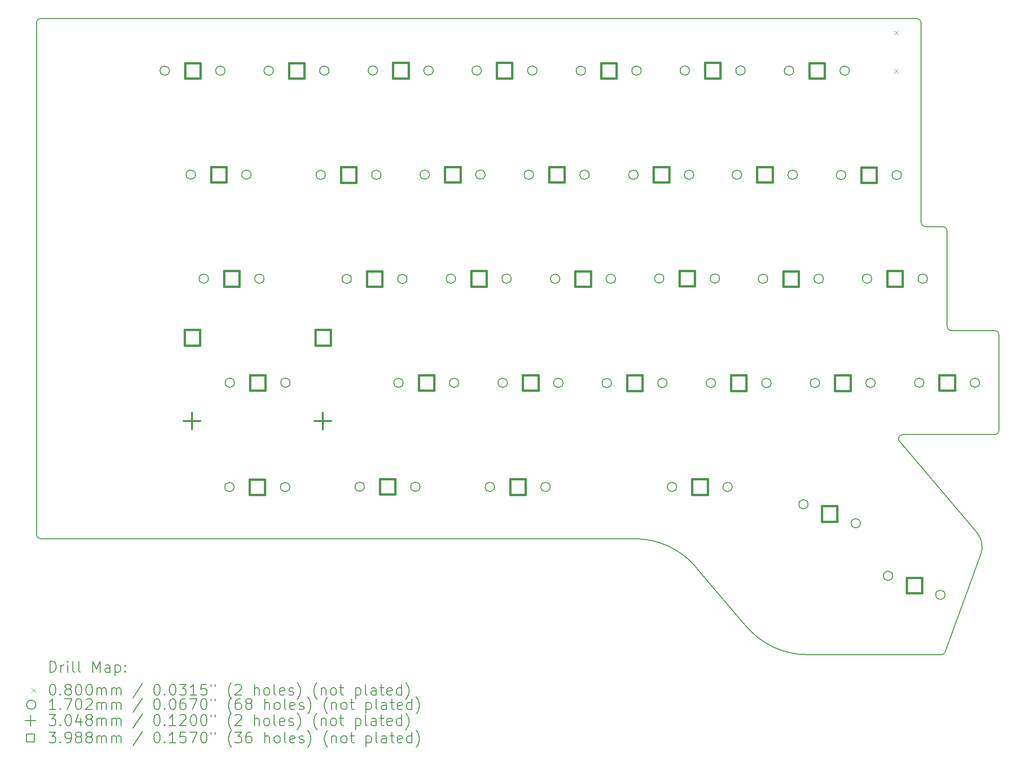
<source format=gbr>
%TF.GenerationSoftware,KiCad,Pcbnew,(6.0.10-0)*%
%TF.CreationDate,2022-12-25T19:18:43-08:00*%
%TF.ProjectId,left,6c656674-2e6b-4696-9361-645f70636258,rev?*%
%TF.SameCoordinates,Original*%
%TF.FileFunction,Drillmap*%
%TF.FilePolarity,Positive*%
%FSLAX45Y45*%
G04 Gerber Fmt 4.5, Leading zero omitted, Abs format (unit mm)*
G04 Created by KiCad (PCBNEW (6.0.10-0)) date 2022-12-25 19:18:43*
%MOMM*%
%LPD*%
G01*
G04 APERTURE LIST*
%ADD10C,0.200000*%
%ADD11C,0.080000*%
%ADD12C,0.170180*%
%ADD13C,0.304800*%
%ADD14C,0.398780*%
G04 APERTURE END LIST*
D10*
X21300000Y-10572000D02*
G75*
G03*
X21375000Y-10497000I0J75000D01*
G01*
X19615800Y-10572000D02*
G75*
G03*
X19558651Y-10695569I0J-75000D01*
G01*
X19615800Y-10572000D02*
X21300000Y-10572000D01*
X20323900Y-14587400D02*
G75*
G03*
X20394377Y-14538051I0J75000D01*
G01*
X20027500Y-6772000D02*
X20352500Y-6772000D01*
X14727400Y-12472000D02*
X3877500Y-12472000D01*
X16762977Y-14073343D02*
G75*
G03*
X17874500Y-14587410I1111523J944643D01*
G01*
X21044218Y-12752640D02*
G75*
G03*
X20973848Y-12360755I-372118J135440D01*
G01*
X20323900Y-14587400D02*
X17874500Y-14587410D01*
X19952500Y-3047000D02*
G75*
G03*
X19877500Y-2972000I-75000J0D01*
G01*
X3802500Y-12397000D02*
X3802500Y-3047000D01*
X16762977Y-14073343D02*
X15838923Y-12986057D01*
X21044218Y-12752640D02*
X20394377Y-14538051D01*
X20427500Y-8597000D02*
G75*
G03*
X20502500Y-8672000I75000J0D01*
G01*
X3877500Y-2972000D02*
G75*
G03*
X3802500Y-3047000I0J-75000D01*
G01*
X3802500Y-12397000D02*
G75*
G03*
X3877500Y-12472000I75000J0D01*
G01*
X20427500Y-6847000D02*
G75*
G03*
X20352500Y-6772000I-75000J0D01*
G01*
X20427500Y-6847000D02*
X20427500Y-8597000D01*
X19952500Y-3047000D02*
X19952500Y-6697000D01*
X19952500Y-6697000D02*
G75*
G03*
X20027500Y-6772000I75000J0D01*
G01*
X15838923Y-12986057D02*
G75*
G03*
X14727400Y-12471990I-1111523J-944643D01*
G01*
X21375000Y-8747000D02*
G75*
G03*
X21300000Y-8672000I-75000J0D01*
G01*
X20502500Y-8672000D02*
X21300000Y-8672000D01*
X19558651Y-10695569D02*
X20973848Y-12360755D01*
X3877500Y-2972000D02*
X19877500Y-2972000D01*
X21375000Y-10497000D02*
X21375000Y-8747000D01*
D11*
X19460000Y-3192750D02*
X19540000Y-3272750D01*
X19540000Y-3192750D02*
X19460000Y-3272750D01*
X19460000Y-3892750D02*
X19540000Y-3972750D01*
X19540000Y-3892750D02*
X19460000Y-3972750D01*
D12*
X6229590Y-3925000D02*
G75*
G03*
X6229590Y-3925000I-85090J0D01*
G01*
X6704590Y-5822500D02*
G75*
G03*
X6704590Y-5822500I-85090J0D01*
G01*
X6942090Y-7722500D02*
G75*
G03*
X6942090Y-7722500I-85090J0D01*
G01*
X7245590Y-3925000D02*
G75*
G03*
X7245590Y-3925000I-85090J0D01*
G01*
X7412090Y-11527500D02*
G75*
G03*
X7412090Y-11527500I-85090J0D01*
G01*
X7417090Y-9622500D02*
G75*
G03*
X7417090Y-9622500I-85090J0D01*
G01*
X7720590Y-5822500D02*
G75*
G03*
X7720590Y-5822500I-85090J0D01*
G01*
X7958090Y-7722500D02*
G75*
G03*
X7958090Y-7722500I-85090J0D01*
G01*
X8127090Y-3925000D02*
G75*
G03*
X8127090Y-3925000I-85090J0D01*
G01*
X8428090Y-11527500D02*
G75*
G03*
X8428090Y-11527500I-85090J0D01*
G01*
X8433090Y-9622500D02*
G75*
G03*
X8433090Y-9622500I-85090J0D01*
G01*
X9077090Y-5827500D02*
G75*
G03*
X9077090Y-5827500I-85090J0D01*
G01*
X9143090Y-3925000D02*
G75*
G03*
X9143090Y-3925000I-85090J0D01*
G01*
X9552090Y-7727500D02*
G75*
G03*
X9552090Y-7727500I-85090J0D01*
G01*
X9789590Y-11522500D02*
G75*
G03*
X9789590Y-11522500I-85090J0D01*
G01*
X10029590Y-3922500D02*
G75*
G03*
X10029590Y-3922500I-85090J0D01*
G01*
X10093090Y-5827500D02*
G75*
G03*
X10093090Y-5827500I-85090J0D01*
G01*
X10497090Y-9625000D02*
G75*
G03*
X10497090Y-9625000I-85090J0D01*
G01*
X10568090Y-7727500D02*
G75*
G03*
X10568090Y-7727500I-85090J0D01*
G01*
X10805590Y-11522500D02*
G75*
G03*
X10805590Y-11522500I-85090J0D01*
G01*
X10977090Y-5822500D02*
G75*
G03*
X10977090Y-5822500I-85090J0D01*
G01*
X11045590Y-3922500D02*
G75*
G03*
X11045590Y-3922500I-85090J0D01*
G01*
X11454590Y-7722500D02*
G75*
G03*
X11454590Y-7722500I-85090J0D01*
G01*
X11513090Y-9625000D02*
G75*
G03*
X11513090Y-9625000I-85090J0D01*
G01*
X11924590Y-3922500D02*
G75*
G03*
X11924590Y-3922500I-85090J0D01*
G01*
X11993090Y-5822500D02*
G75*
G03*
X11993090Y-5822500I-85090J0D01*
G01*
X12164590Y-11525000D02*
G75*
G03*
X12164590Y-11525000I-85090J0D01*
G01*
X12399590Y-9625000D02*
G75*
G03*
X12399590Y-9625000I-85090J0D01*
G01*
X12470590Y-7722500D02*
G75*
G03*
X12470590Y-7722500I-85090J0D01*
G01*
X12877090Y-5825000D02*
G75*
G03*
X12877090Y-5825000I-85090J0D01*
G01*
X12940590Y-3922500D02*
G75*
G03*
X12940590Y-3922500I-85090J0D01*
G01*
X13180590Y-11525000D02*
G75*
G03*
X13180590Y-11525000I-85090J0D01*
G01*
X13357090Y-7725000D02*
G75*
G03*
X13357090Y-7725000I-85090J0D01*
G01*
X13415590Y-9625000D02*
G75*
G03*
X13415590Y-9625000I-85090J0D01*
G01*
X13827090Y-3925000D02*
G75*
G03*
X13827090Y-3925000I-85090J0D01*
G01*
X13893090Y-5825000D02*
G75*
G03*
X13893090Y-5825000I-85090J0D01*
G01*
X14299590Y-9627500D02*
G75*
G03*
X14299590Y-9627500I-85090J0D01*
G01*
X14373090Y-7725000D02*
G75*
G03*
X14373090Y-7725000I-85090J0D01*
G01*
X14787090Y-5825000D02*
G75*
G03*
X14787090Y-5825000I-85090J0D01*
G01*
X14843090Y-3925000D02*
G75*
G03*
X14843090Y-3925000I-85090J0D01*
G01*
X15257090Y-7720000D02*
G75*
G03*
X15257090Y-7720000I-85090J0D01*
G01*
X15315590Y-9627500D02*
G75*
G03*
X15315590Y-9627500I-85090J0D01*
G01*
X15489590Y-11525000D02*
G75*
G03*
X15489590Y-11525000I-85090J0D01*
G01*
X15724590Y-3922500D02*
G75*
G03*
X15724590Y-3922500I-85090J0D01*
G01*
X15803090Y-5825000D02*
G75*
G03*
X15803090Y-5825000I-85090J0D01*
G01*
X16199590Y-9627500D02*
G75*
G03*
X16199590Y-9627500I-85090J0D01*
G01*
X16273090Y-7720000D02*
G75*
G03*
X16273090Y-7720000I-85090J0D01*
G01*
X16505590Y-11525000D02*
G75*
G03*
X16505590Y-11525000I-85090J0D01*
G01*
X16677090Y-5825000D02*
G75*
G03*
X16677090Y-5825000I-85090J0D01*
G01*
X16740590Y-3922500D02*
G75*
G03*
X16740590Y-3922500I-85090J0D01*
G01*
X17152090Y-7725000D02*
G75*
G03*
X17152090Y-7725000I-85090J0D01*
G01*
X17215590Y-9627500D02*
G75*
G03*
X17215590Y-9627500I-85090J0D01*
G01*
X17627090Y-3925000D02*
G75*
G03*
X17627090Y-3925000I-85090J0D01*
G01*
X17693090Y-5825000D02*
G75*
G03*
X17693090Y-5825000I-85090J0D01*
G01*
X17890226Y-11841254D02*
G75*
G03*
X17890226Y-11841254I-85090J0D01*
G01*
X18099590Y-9627500D02*
G75*
G03*
X18099590Y-9627500I-85090J0D01*
G01*
X18168090Y-7725000D02*
G75*
G03*
X18168090Y-7725000I-85090J0D01*
G01*
X18577090Y-5830000D02*
G75*
G03*
X18577090Y-5830000I-85090J0D01*
G01*
X18643090Y-3925000D02*
G75*
G03*
X18643090Y-3925000I-85090J0D01*
G01*
X18844954Y-12188746D02*
G75*
G03*
X18844954Y-12188746I-85090J0D01*
G01*
X19052090Y-7722500D02*
G75*
G03*
X19052090Y-7722500I-85090J0D01*
G01*
X19115590Y-9627500D02*
G75*
G03*
X19115590Y-9627500I-85090J0D01*
G01*
X19435226Y-13148754D02*
G75*
G03*
X19435226Y-13148754I-85090J0D01*
G01*
X19593090Y-5830000D02*
G75*
G03*
X19593090Y-5830000I-85090J0D01*
G01*
X20004590Y-9622500D02*
G75*
G03*
X20004590Y-9622500I-85090J0D01*
G01*
X20068090Y-7722500D02*
G75*
G03*
X20068090Y-7722500I-85090J0D01*
G01*
X20389954Y-13496246D02*
G75*
G03*
X20389954Y-13496246I-85090J0D01*
G01*
X21020590Y-9622500D02*
G75*
G03*
X21020590Y-9622500I-85090J0D01*
G01*
D13*
X6646200Y-10168600D02*
X6646200Y-10473400D01*
X6493800Y-10321000D02*
X6798600Y-10321000D01*
X9033800Y-10168600D02*
X9033800Y-10473400D01*
X8881400Y-10321000D02*
X9186200Y-10321000D01*
D14*
X6787191Y-8937991D02*
X6787191Y-8656009D01*
X6505209Y-8656009D01*
X6505209Y-8937991D01*
X6787191Y-8937991D01*
X6793491Y-4065991D02*
X6793491Y-3784009D01*
X6511509Y-3784009D01*
X6511509Y-4065991D01*
X6793491Y-4065991D01*
X7268491Y-5963491D02*
X7268491Y-5681509D01*
X6986509Y-5681509D01*
X6986509Y-5963491D01*
X7268491Y-5963491D01*
X7505991Y-7863491D02*
X7505991Y-7581509D01*
X7224009Y-7581509D01*
X7224009Y-7863491D01*
X7505991Y-7863491D01*
X7975991Y-11668491D02*
X7975991Y-11386509D01*
X7694009Y-11386509D01*
X7694009Y-11668491D01*
X7975991Y-11668491D01*
X7980991Y-9763491D02*
X7980991Y-9481509D01*
X7699009Y-9481509D01*
X7699009Y-9763491D01*
X7980991Y-9763491D01*
X8690991Y-4065991D02*
X8690991Y-3784009D01*
X8409009Y-3784009D01*
X8409009Y-4065991D01*
X8690991Y-4065991D01*
X9174791Y-8937991D02*
X9174791Y-8656009D01*
X8892809Y-8656009D01*
X8892809Y-8937991D01*
X9174791Y-8937991D01*
X9640991Y-5968491D02*
X9640991Y-5686509D01*
X9359009Y-5686509D01*
X9359009Y-5968491D01*
X9640991Y-5968491D01*
X10115991Y-7868491D02*
X10115991Y-7586509D01*
X9834009Y-7586509D01*
X9834009Y-7868491D01*
X10115991Y-7868491D01*
X10353491Y-11663491D02*
X10353491Y-11381509D01*
X10071509Y-11381509D01*
X10071509Y-11663491D01*
X10353491Y-11663491D01*
X10593491Y-4063491D02*
X10593491Y-3781509D01*
X10311509Y-3781509D01*
X10311509Y-4063491D01*
X10593491Y-4063491D01*
X11060991Y-9765991D02*
X11060991Y-9484009D01*
X10779009Y-9484009D01*
X10779009Y-9765991D01*
X11060991Y-9765991D01*
X11540991Y-5963491D02*
X11540991Y-5681509D01*
X11259009Y-5681509D01*
X11259009Y-5963491D01*
X11540991Y-5963491D01*
X12018491Y-7863491D02*
X12018491Y-7581509D01*
X11736509Y-7581509D01*
X11736509Y-7863491D01*
X12018491Y-7863491D01*
X12488491Y-4063491D02*
X12488491Y-3781509D01*
X12206509Y-3781509D01*
X12206509Y-4063491D01*
X12488491Y-4063491D01*
X12728491Y-11665991D02*
X12728491Y-11384009D01*
X12446509Y-11384009D01*
X12446509Y-11665991D01*
X12728491Y-11665991D01*
X12963491Y-9765991D02*
X12963491Y-9484009D01*
X12681509Y-9484009D01*
X12681509Y-9765991D01*
X12963491Y-9765991D01*
X13440991Y-5965991D02*
X13440991Y-5684009D01*
X13159009Y-5684009D01*
X13159009Y-5965991D01*
X13440991Y-5965991D01*
X13920991Y-7865991D02*
X13920991Y-7584009D01*
X13639009Y-7584009D01*
X13639009Y-7865991D01*
X13920991Y-7865991D01*
X14390991Y-4065991D02*
X14390991Y-3784009D01*
X14109009Y-3784009D01*
X14109009Y-4065991D01*
X14390991Y-4065991D01*
X14863491Y-9768491D02*
X14863491Y-9486509D01*
X14581509Y-9486509D01*
X14581509Y-9768491D01*
X14863491Y-9768491D01*
X15350991Y-5965991D02*
X15350991Y-5684009D01*
X15069009Y-5684009D01*
X15069009Y-5965991D01*
X15350991Y-5965991D01*
X15820991Y-7860991D02*
X15820991Y-7579009D01*
X15539009Y-7579009D01*
X15539009Y-7860991D01*
X15820991Y-7860991D01*
X16053491Y-11665991D02*
X16053491Y-11384009D01*
X15771509Y-11384009D01*
X15771509Y-11665991D01*
X16053491Y-11665991D01*
X16288491Y-4063491D02*
X16288491Y-3781509D01*
X16006509Y-3781509D01*
X16006509Y-4063491D01*
X16288491Y-4063491D01*
X16763491Y-9768491D02*
X16763491Y-9486509D01*
X16481509Y-9486509D01*
X16481509Y-9768491D01*
X16763491Y-9768491D01*
X17240991Y-5965991D02*
X17240991Y-5684009D01*
X16959009Y-5684009D01*
X16959009Y-5965991D01*
X17240991Y-5965991D01*
X17715991Y-7865991D02*
X17715991Y-7584009D01*
X17434009Y-7584009D01*
X17434009Y-7865991D01*
X17715991Y-7865991D01*
X18190991Y-4065991D02*
X18190991Y-3784009D01*
X17909009Y-3784009D01*
X17909009Y-4065991D01*
X18190991Y-4065991D01*
X18423491Y-12155991D02*
X18423491Y-11874009D01*
X18141509Y-11874009D01*
X18141509Y-12155991D01*
X18423491Y-12155991D01*
X18663491Y-9768491D02*
X18663491Y-9486509D01*
X18381509Y-9486509D01*
X18381509Y-9768491D01*
X18663491Y-9768491D01*
X19140991Y-5970991D02*
X19140991Y-5689009D01*
X18859009Y-5689009D01*
X18859009Y-5970991D01*
X19140991Y-5970991D01*
X19615991Y-7863491D02*
X19615991Y-7581509D01*
X19334009Y-7581509D01*
X19334009Y-7863491D01*
X19615991Y-7863491D01*
X19968491Y-13463491D02*
X19968491Y-13181509D01*
X19686509Y-13181509D01*
X19686509Y-13463491D01*
X19968491Y-13463491D01*
X20568491Y-9763491D02*
X20568491Y-9481509D01*
X20286509Y-9481509D01*
X20286509Y-9763491D01*
X20568491Y-9763491D01*
D10*
X4050119Y-14907886D02*
X4050119Y-14707886D01*
X4097738Y-14707886D01*
X4126309Y-14717410D01*
X4145357Y-14736458D01*
X4154881Y-14755505D01*
X4164405Y-14793600D01*
X4164405Y-14822172D01*
X4154881Y-14860267D01*
X4145357Y-14879315D01*
X4126309Y-14898362D01*
X4097738Y-14907886D01*
X4050119Y-14907886D01*
X4250119Y-14907886D02*
X4250119Y-14774553D01*
X4250119Y-14812648D02*
X4259643Y-14793600D01*
X4269167Y-14784077D01*
X4288214Y-14774553D01*
X4307262Y-14774553D01*
X4373929Y-14907886D02*
X4373929Y-14774553D01*
X4373929Y-14707886D02*
X4364405Y-14717410D01*
X4373929Y-14726934D01*
X4383452Y-14717410D01*
X4373929Y-14707886D01*
X4373929Y-14726934D01*
X4497738Y-14907886D02*
X4478690Y-14898362D01*
X4469167Y-14879315D01*
X4469167Y-14707886D01*
X4602500Y-14907886D02*
X4583452Y-14898362D01*
X4573929Y-14879315D01*
X4573929Y-14707886D01*
X4831071Y-14907886D02*
X4831071Y-14707886D01*
X4897738Y-14850743D01*
X4964405Y-14707886D01*
X4964405Y-14907886D01*
X5145357Y-14907886D02*
X5145357Y-14803124D01*
X5135833Y-14784077D01*
X5116786Y-14774553D01*
X5078690Y-14774553D01*
X5059643Y-14784077D01*
X5145357Y-14898362D02*
X5126310Y-14907886D01*
X5078690Y-14907886D01*
X5059643Y-14898362D01*
X5050119Y-14879315D01*
X5050119Y-14860267D01*
X5059643Y-14841219D01*
X5078690Y-14831696D01*
X5126310Y-14831696D01*
X5145357Y-14822172D01*
X5240595Y-14774553D02*
X5240595Y-14974553D01*
X5240595Y-14784077D02*
X5259643Y-14774553D01*
X5297738Y-14774553D01*
X5316786Y-14784077D01*
X5326310Y-14793600D01*
X5335833Y-14812648D01*
X5335833Y-14869791D01*
X5326310Y-14888838D01*
X5316786Y-14898362D01*
X5297738Y-14907886D01*
X5259643Y-14907886D01*
X5240595Y-14898362D01*
X5421548Y-14888838D02*
X5431071Y-14898362D01*
X5421548Y-14907886D01*
X5412024Y-14898362D01*
X5421548Y-14888838D01*
X5421548Y-14907886D01*
X5421548Y-14784077D02*
X5431071Y-14793600D01*
X5421548Y-14803124D01*
X5412024Y-14793600D01*
X5421548Y-14784077D01*
X5421548Y-14803124D01*
D11*
X3712500Y-15197410D02*
X3792500Y-15277410D01*
X3792500Y-15197410D02*
X3712500Y-15277410D01*
D10*
X4088214Y-15127886D02*
X4107262Y-15127886D01*
X4126309Y-15137410D01*
X4135833Y-15146934D01*
X4145357Y-15165981D01*
X4154881Y-15204077D01*
X4154881Y-15251696D01*
X4145357Y-15289791D01*
X4135833Y-15308838D01*
X4126309Y-15318362D01*
X4107262Y-15327886D01*
X4088214Y-15327886D01*
X4069167Y-15318362D01*
X4059643Y-15308838D01*
X4050119Y-15289791D01*
X4040595Y-15251696D01*
X4040595Y-15204077D01*
X4050119Y-15165981D01*
X4059643Y-15146934D01*
X4069167Y-15137410D01*
X4088214Y-15127886D01*
X4240595Y-15308838D02*
X4250119Y-15318362D01*
X4240595Y-15327886D01*
X4231071Y-15318362D01*
X4240595Y-15308838D01*
X4240595Y-15327886D01*
X4364405Y-15213600D02*
X4345357Y-15204077D01*
X4335833Y-15194553D01*
X4326310Y-15175505D01*
X4326310Y-15165981D01*
X4335833Y-15146934D01*
X4345357Y-15137410D01*
X4364405Y-15127886D01*
X4402500Y-15127886D01*
X4421548Y-15137410D01*
X4431071Y-15146934D01*
X4440595Y-15165981D01*
X4440595Y-15175505D01*
X4431071Y-15194553D01*
X4421548Y-15204077D01*
X4402500Y-15213600D01*
X4364405Y-15213600D01*
X4345357Y-15223124D01*
X4335833Y-15232648D01*
X4326310Y-15251696D01*
X4326310Y-15289791D01*
X4335833Y-15308838D01*
X4345357Y-15318362D01*
X4364405Y-15327886D01*
X4402500Y-15327886D01*
X4421548Y-15318362D01*
X4431071Y-15308838D01*
X4440595Y-15289791D01*
X4440595Y-15251696D01*
X4431071Y-15232648D01*
X4421548Y-15223124D01*
X4402500Y-15213600D01*
X4564405Y-15127886D02*
X4583452Y-15127886D01*
X4602500Y-15137410D01*
X4612024Y-15146934D01*
X4621548Y-15165981D01*
X4631071Y-15204077D01*
X4631071Y-15251696D01*
X4621548Y-15289791D01*
X4612024Y-15308838D01*
X4602500Y-15318362D01*
X4583452Y-15327886D01*
X4564405Y-15327886D01*
X4545357Y-15318362D01*
X4535833Y-15308838D01*
X4526310Y-15289791D01*
X4516786Y-15251696D01*
X4516786Y-15204077D01*
X4526310Y-15165981D01*
X4535833Y-15146934D01*
X4545357Y-15137410D01*
X4564405Y-15127886D01*
X4754881Y-15127886D02*
X4773929Y-15127886D01*
X4792976Y-15137410D01*
X4802500Y-15146934D01*
X4812024Y-15165981D01*
X4821548Y-15204077D01*
X4821548Y-15251696D01*
X4812024Y-15289791D01*
X4802500Y-15308838D01*
X4792976Y-15318362D01*
X4773929Y-15327886D01*
X4754881Y-15327886D01*
X4735833Y-15318362D01*
X4726310Y-15308838D01*
X4716786Y-15289791D01*
X4707262Y-15251696D01*
X4707262Y-15204077D01*
X4716786Y-15165981D01*
X4726310Y-15146934D01*
X4735833Y-15137410D01*
X4754881Y-15127886D01*
X4907262Y-15327886D02*
X4907262Y-15194553D01*
X4907262Y-15213600D02*
X4916786Y-15204077D01*
X4935833Y-15194553D01*
X4964405Y-15194553D01*
X4983452Y-15204077D01*
X4992976Y-15223124D01*
X4992976Y-15327886D01*
X4992976Y-15223124D02*
X5002500Y-15204077D01*
X5021548Y-15194553D01*
X5050119Y-15194553D01*
X5069167Y-15204077D01*
X5078690Y-15223124D01*
X5078690Y-15327886D01*
X5173929Y-15327886D02*
X5173929Y-15194553D01*
X5173929Y-15213600D02*
X5183452Y-15204077D01*
X5202500Y-15194553D01*
X5231071Y-15194553D01*
X5250119Y-15204077D01*
X5259643Y-15223124D01*
X5259643Y-15327886D01*
X5259643Y-15223124D02*
X5269167Y-15204077D01*
X5288214Y-15194553D01*
X5316786Y-15194553D01*
X5335833Y-15204077D01*
X5345357Y-15223124D01*
X5345357Y-15327886D01*
X5735833Y-15118362D02*
X5564405Y-15375505D01*
X5992976Y-15127886D02*
X6012024Y-15127886D01*
X6031071Y-15137410D01*
X6040595Y-15146934D01*
X6050119Y-15165981D01*
X6059643Y-15204077D01*
X6059643Y-15251696D01*
X6050119Y-15289791D01*
X6040595Y-15308838D01*
X6031071Y-15318362D01*
X6012024Y-15327886D01*
X5992976Y-15327886D01*
X5973928Y-15318362D01*
X5964405Y-15308838D01*
X5954881Y-15289791D01*
X5945357Y-15251696D01*
X5945357Y-15204077D01*
X5954881Y-15165981D01*
X5964405Y-15146934D01*
X5973928Y-15137410D01*
X5992976Y-15127886D01*
X6145357Y-15308838D02*
X6154881Y-15318362D01*
X6145357Y-15327886D01*
X6135833Y-15318362D01*
X6145357Y-15308838D01*
X6145357Y-15327886D01*
X6278690Y-15127886D02*
X6297738Y-15127886D01*
X6316786Y-15137410D01*
X6326309Y-15146934D01*
X6335833Y-15165981D01*
X6345357Y-15204077D01*
X6345357Y-15251696D01*
X6335833Y-15289791D01*
X6326309Y-15308838D01*
X6316786Y-15318362D01*
X6297738Y-15327886D01*
X6278690Y-15327886D01*
X6259643Y-15318362D01*
X6250119Y-15308838D01*
X6240595Y-15289791D01*
X6231071Y-15251696D01*
X6231071Y-15204077D01*
X6240595Y-15165981D01*
X6250119Y-15146934D01*
X6259643Y-15137410D01*
X6278690Y-15127886D01*
X6412024Y-15127886D02*
X6535833Y-15127886D01*
X6469167Y-15204077D01*
X6497738Y-15204077D01*
X6516786Y-15213600D01*
X6526309Y-15223124D01*
X6535833Y-15242172D01*
X6535833Y-15289791D01*
X6526309Y-15308838D01*
X6516786Y-15318362D01*
X6497738Y-15327886D01*
X6440595Y-15327886D01*
X6421548Y-15318362D01*
X6412024Y-15308838D01*
X6726309Y-15327886D02*
X6612024Y-15327886D01*
X6669167Y-15327886D02*
X6669167Y-15127886D01*
X6650119Y-15156458D01*
X6631071Y-15175505D01*
X6612024Y-15185029D01*
X6907262Y-15127886D02*
X6812024Y-15127886D01*
X6802500Y-15223124D01*
X6812024Y-15213600D01*
X6831071Y-15204077D01*
X6878690Y-15204077D01*
X6897738Y-15213600D01*
X6907262Y-15223124D01*
X6916786Y-15242172D01*
X6916786Y-15289791D01*
X6907262Y-15308838D01*
X6897738Y-15318362D01*
X6878690Y-15327886D01*
X6831071Y-15327886D01*
X6812024Y-15318362D01*
X6802500Y-15308838D01*
X6992976Y-15127886D02*
X6992976Y-15165981D01*
X7069167Y-15127886D02*
X7069167Y-15165981D01*
X7364405Y-15404077D02*
X7354881Y-15394553D01*
X7335833Y-15365981D01*
X7326309Y-15346934D01*
X7316786Y-15318362D01*
X7307262Y-15270743D01*
X7307262Y-15232648D01*
X7316786Y-15185029D01*
X7326309Y-15156458D01*
X7335833Y-15137410D01*
X7354881Y-15108838D01*
X7364405Y-15099315D01*
X7431071Y-15146934D02*
X7440595Y-15137410D01*
X7459643Y-15127886D01*
X7507262Y-15127886D01*
X7526309Y-15137410D01*
X7535833Y-15146934D01*
X7545357Y-15165981D01*
X7545357Y-15185029D01*
X7535833Y-15213600D01*
X7421548Y-15327886D01*
X7545357Y-15327886D01*
X7783452Y-15327886D02*
X7783452Y-15127886D01*
X7869167Y-15327886D02*
X7869167Y-15223124D01*
X7859643Y-15204077D01*
X7840595Y-15194553D01*
X7812024Y-15194553D01*
X7792976Y-15204077D01*
X7783452Y-15213600D01*
X7992976Y-15327886D02*
X7973928Y-15318362D01*
X7964405Y-15308838D01*
X7954881Y-15289791D01*
X7954881Y-15232648D01*
X7964405Y-15213600D01*
X7973928Y-15204077D01*
X7992976Y-15194553D01*
X8021548Y-15194553D01*
X8040595Y-15204077D01*
X8050119Y-15213600D01*
X8059643Y-15232648D01*
X8059643Y-15289791D01*
X8050119Y-15308838D01*
X8040595Y-15318362D01*
X8021548Y-15327886D01*
X7992976Y-15327886D01*
X8173928Y-15327886D02*
X8154881Y-15318362D01*
X8145357Y-15299315D01*
X8145357Y-15127886D01*
X8326309Y-15318362D02*
X8307262Y-15327886D01*
X8269167Y-15327886D01*
X8250119Y-15318362D01*
X8240595Y-15299315D01*
X8240595Y-15223124D01*
X8250119Y-15204077D01*
X8269167Y-15194553D01*
X8307262Y-15194553D01*
X8326309Y-15204077D01*
X8335833Y-15223124D01*
X8335833Y-15242172D01*
X8240595Y-15261219D01*
X8412024Y-15318362D02*
X8431071Y-15327886D01*
X8469167Y-15327886D01*
X8488214Y-15318362D01*
X8497738Y-15299315D01*
X8497738Y-15289791D01*
X8488214Y-15270743D01*
X8469167Y-15261219D01*
X8440595Y-15261219D01*
X8421548Y-15251696D01*
X8412024Y-15232648D01*
X8412024Y-15223124D01*
X8421548Y-15204077D01*
X8440595Y-15194553D01*
X8469167Y-15194553D01*
X8488214Y-15204077D01*
X8564405Y-15404077D02*
X8573929Y-15394553D01*
X8592976Y-15365981D01*
X8602500Y-15346934D01*
X8612024Y-15318362D01*
X8621548Y-15270743D01*
X8621548Y-15232648D01*
X8612024Y-15185029D01*
X8602500Y-15156458D01*
X8592976Y-15137410D01*
X8573929Y-15108838D01*
X8564405Y-15099315D01*
X8926310Y-15404077D02*
X8916786Y-15394553D01*
X8897738Y-15365981D01*
X8888214Y-15346934D01*
X8878690Y-15318362D01*
X8869167Y-15270743D01*
X8869167Y-15232648D01*
X8878690Y-15185029D01*
X8888214Y-15156458D01*
X8897738Y-15137410D01*
X8916786Y-15108838D01*
X8926310Y-15099315D01*
X9002500Y-15194553D02*
X9002500Y-15327886D01*
X9002500Y-15213600D02*
X9012024Y-15204077D01*
X9031071Y-15194553D01*
X9059643Y-15194553D01*
X9078690Y-15204077D01*
X9088214Y-15223124D01*
X9088214Y-15327886D01*
X9212024Y-15327886D02*
X9192976Y-15318362D01*
X9183452Y-15308838D01*
X9173929Y-15289791D01*
X9173929Y-15232648D01*
X9183452Y-15213600D01*
X9192976Y-15204077D01*
X9212024Y-15194553D01*
X9240595Y-15194553D01*
X9259643Y-15204077D01*
X9269167Y-15213600D01*
X9278690Y-15232648D01*
X9278690Y-15289791D01*
X9269167Y-15308838D01*
X9259643Y-15318362D01*
X9240595Y-15327886D01*
X9212024Y-15327886D01*
X9335833Y-15194553D02*
X9412024Y-15194553D01*
X9364405Y-15127886D02*
X9364405Y-15299315D01*
X9373929Y-15318362D01*
X9392976Y-15327886D01*
X9412024Y-15327886D01*
X9631071Y-15194553D02*
X9631071Y-15394553D01*
X9631071Y-15204077D02*
X9650119Y-15194553D01*
X9688214Y-15194553D01*
X9707262Y-15204077D01*
X9716786Y-15213600D01*
X9726310Y-15232648D01*
X9726310Y-15289791D01*
X9716786Y-15308838D01*
X9707262Y-15318362D01*
X9688214Y-15327886D01*
X9650119Y-15327886D01*
X9631071Y-15318362D01*
X9840595Y-15327886D02*
X9821548Y-15318362D01*
X9812024Y-15299315D01*
X9812024Y-15127886D01*
X10002500Y-15327886D02*
X10002500Y-15223124D01*
X9992976Y-15204077D01*
X9973929Y-15194553D01*
X9935833Y-15194553D01*
X9916786Y-15204077D01*
X10002500Y-15318362D02*
X9983452Y-15327886D01*
X9935833Y-15327886D01*
X9916786Y-15318362D01*
X9907262Y-15299315D01*
X9907262Y-15280267D01*
X9916786Y-15261219D01*
X9935833Y-15251696D01*
X9983452Y-15251696D01*
X10002500Y-15242172D01*
X10069167Y-15194553D02*
X10145357Y-15194553D01*
X10097738Y-15127886D02*
X10097738Y-15299315D01*
X10107262Y-15318362D01*
X10126310Y-15327886D01*
X10145357Y-15327886D01*
X10288214Y-15318362D02*
X10269167Y-15327886D01*
X10231071Y-15327886D01*
X10212024Y-15318362D01*
X10202500Y-15299315D01*
X10202500Y-15223124D01*
X10212024Y-15204077D01*
X10231071Y-15194553D01*
X10269167Y-15194553D01*
X10288214Y-15204077D01*
X10297738Y-15223124D01*
X10297738Y-15242172D01*
X10202500Y-15261219D01*
X10469167Y-15327886D02*
X10469167Y-15127886D01*
X10469167Y-15318362D02*
X10450119Y-15327886D01*
X10412024Y-15327886D01*
X10392976Y-15318362D01*
X10383452Y-15308838D01*
X10373929Y-15289791D01*
X10373929Y-15232648D01*
X10383452Y-15213600D01*
X10392976Y-15204077D01*
X10412024Y-15194553D01*
X10450119Y-15194553D01*
X10469167Y-15204077D01*
X10545357Y-15404077D02*
X10554881Y-15394553D01*
X10573929Y-15365981D01*
X10583452Y-15346934D01*
X10592976Y-15318362D01*
X10602500Y-15270743D01*
X10602500Y-15232648D01*
X10592976Y-15185029D01*
X10583452Y-15156458D01*
X10573929Y-15137410D01*
X10554881Y-15108838D01*
X10545357Y-15099315D01*
D12*
X3792500Y-15501410D02*
G75*
G03*
X3792500Y-15501410I-85090J0D01*
G01*
D10*
X4154881Y-15591886D02*
X4040595Y-15591886D01*
X4097738Y-15591886D02*
X4097738Y-15391886D01*
X4078690Y-15420458D01*
X4059643Y-15439505D01*
X4040595Y-15449029D01*
X4240595Y-15572838D02*
X4250119Y-15582362D01*
X4240595Y-15591886D01*
X4231071Y-15582362D01*
X4240595Y-15572838D01*
X4240595Y-15591886D01*
X4316786Y-15391886D02*
X4450119Y-15391886D01*
X4364405Y-15591886D01*
X4564405Y-15391886D02*
X4583452Y-15391886D01*
X4602500Y-15401410D01*
X4612024Y-15410934D01*
X4621548Y-15429981D01*
X4631071Y-15468077D01*
X4631071Y-15515696D01*
X4621548Y-15553791D01*
X4612024Y-15572838D01*
X4602500Y-15582362D01*
X4583452Y-15591886D01*
X4564405Y-15591886D01*
X4545357Y-15582362D01*
X4535833Y-15572838D01*
X4526310Y-15553791D01*
X4516786Y-15515696D01*
X4516786Y-15468077D01*
X4526310Y-15429981D01*
X4535833Y-15410934D01*
X4545357Y-15401410D01*
X4564405Y-15391886D01*
X4707262Y-15410934D02*
X4716786Y-15401410D01*
X4735833Y-15391886D01*
X4783452Y-15391886D01*
X4802500Y-15401410D01*
X4812024Y-15410934D01*
X4821548Y-15429981D01*
X4821548Y-15449029D01*
X4812024Y-15477600D01*
X4697738Y-15591886D01*
X4821548Y-15591886D01*
X4907262Y-15591886D02*
X4907262Y-15458553D01*
X4907262Y-15477600D02*
X4916786Y-15468077D01*
X4935833Y-15458553D01*
X4964405Y-15458553D01*
X4983452Y-15468077D01*
X4992976Y-15487124D01*
X4992976Y-15591886D01*
X4992976Y-15487124D02*
X5002500Y-15468077D01*
X5021548Y-15458553D01*
X5050119Y-15458553D01*
X5069167Y-15468077D01*
X5078690Y-15487124D01*
X5078690Y-15591886D01*
X5173929Y-15591886D02*
X5173929Y-15458553D01*
X5173929Y-15477600D02*
X5183452Y-15468077D01*
X5202500Y-15458553D01*
X5231071Y-15458553D01*
X5250119Y-15468077D01*
X5259643Y-15487124D01*
X5259643Y-15591886D01*
X5259643Y-15487124D02*
X5269167Y-15468077D01*
X5288214Y-15458553D01*
X5316786Y-15458553D01*
X5335833Y-15468077D01*
X5345357Y-15487124D01*
X5345357Y-15591886D01*
X5735833Y-15382362D02*
X5564405Y-15639505D01*
X5992976Y-15391886D02*
X6012024Y-15391886D01*
X6031071Y-15401410D01*
X6040595Y-15410934D01*
X6050119Y-15429981D01*
X6059643Y-15468077D01*
X6059643Y-15515696D01*
X6050119Y-15553791D01*
X6040595Y-15572838D01*
X6031071Y-15582362D01*
X6012024Y-15591886D01*
X5992976Y-15591886D01*
X5973928Y-15582362D01*
X5964405Y-15572838D01*
X5954881Y-15553791D01*
X5945357Y-15515696D01*
X5945357Y-15468077D01*
X5954881Y-15429981D01*
X5964405Y-15410934D01*
X5973928Y-15401410D01*
X5992976Y-15391886D01*
X6145357Y-15572838D02*
X6154881Y-15582362D01*
X6145357Y-15591886D01*
X6135833Y-15582362D01*
X6145357Y-15572838D01*
X6145357Y-15591886D01*
X6278690Y-15391886D02*
X6297738Y-15391886D01*
X6316786Y-15401410D01*
X6326309Y-15410934D01*
X6335833Y-15429981D01*
X6345357Y-15468077D01*
X6345357Y-15515696D01*
X6335833Y-15553791D01*
X6326309Y-15572838D01*
X6316786Y-15582362D01*
X6297738Y-15591886D01*
X6278690Y-15591886D01*
X6259643Y-15582362D01*
X6250119Y-15572838D01*
X6240595Y-15553791D01*
X6231071Y-15515696D01*
X6231071Y-15468077D01*
X6240595Y-15429981D01*
X6250119Y-15410934D01*
X6259643Y-15401410D01*
X6278690Y-15391886D01*
X6516786Y-15391886D02*
X6478690Y-15391886D01*
X6459643Y-15401410D01*
X6450119Y-15410934D01*
X6431071Y-15439505D01*
X6421548Y-15477600D01*
X6421548Y-15553791D01*
X6431071Y-15572838D01*
X6440595Y-15582362D01*
X6459643Y-15591886D01*
X6497738Y-15591886D01*
X6516786Y-15582362D01*
X6526309Y-15572838D01*
X6535833Y-15553791D01*
X6535833Y-15506172D01*
X6526309Y-15487124D01*
X6516786Y-15477600D01*
X6497738Y-15468077D01*
X6459643Y-15468077D01*
X6440595Y-15477600D01*
X6431071Y-15487124D01*
X6421548Y-15506172D01*
X6602500Y-15391886D02*
X6735833Y-15391886D01*
X6650119Y-15591886D01*
X6850119Y-15391886D02*
X6869167Y-15391886D01*
X6888214Y-15401410D01*
X6897738Y-15410934D01*
X6907262Y-15429981D01*
X6916786Y-15468077D01*
X6916786Y-15515696D01*
X6907262Y-15553791D01*
X6897738Y-15572838D01*
X6888214Y-15582362D01*
X6869167Y-15591886D01*
X6850119Y-15591886D01*
X6831071Y-15582362D01*
X6821548Y-15572838D01*
X6812024Y-15553791D01*
X6802500Y-15515696D01*
X6802500Y-15468077D01*
X6812024Y-15429981D01*
X6821548Y-15410934D01*
X6831071Y-15401410D01*
X6850119Y-15391886D01*
X6992976Y-15391886D02*
X6992976Y-15429981D01*
X7069167Y-15391886D02*
X7069167Y-15429981D01*
X7364405Y-15668077D02*
X7354881Y-15658553D01*
X7335833Y-15629981D01*
X7326309Y-15610934D01*
X7316786Y-15582362D01*
X7307262Y-15534743D01*
X7307262Y-15496648D01*
X7316786Y-15449029D01*
X7326309Y-15420458D01*
X7335833Y-15401410D01*
X7354881Y-15372838D01*
X7364405Y-15363315D01*
X7526309Y-15391886D02*
X7488214Y-15391886D01*
X7469167Y-15401410D01*
X7459643Y-15410934D01*
X7440595Y-15439505D01*
X7431071Y-15477600D01*
X7431071Y-15553791D01*
X7440595Y-15572838D01*
X7450119Y-15582362D01*
X7469167Y-15591886D01*
X7507262Y-15591886D01*
X7526309Y-15582362D01*
X7535833Y-15572838D01*
X7545357Y-15553791D01*
X7545357Y-15506172D01*
X7535833Y-15487124D01*
X7526309Y-15477600D01*
X7507262Y-15468077D01*
X7469167Y-15468077D01*
X7450119Y-15477600D01*
X7440595Y-15487124D01*
X7431071Y-15506172D01*
X7659643Y-15477600D02*
X7640595Y-15468077D01*
X7631071Y-15458553D01*
X7621548Y-15439505D01*
X7621548Y-15429981D01*
X7631071Y-15410934D01*
X7640595Y-15401410D01*
X7659643Y-15391886D01*
X7697738Y-15391886D01*
X7716786Y-15401410D01*
X7726309Y-15410934D01*
X7735833Y-15429981D01*
X7735833Y-15439505D01*
X7726309Y-15458553D01*
X7716786Y-15468077D01*
X7697738Y-15477600D01*
X7659643Y-15477600D01*
X7640595Y-15487124D01*
X7631071Y-15496648D01*
X7621548Y-15515696D01*
X7621548Y-15553791D01*
X7631071Y-15572838D01*
X7640595Y-15582362D01*
X7659643Y-15591886D01*
X7697738Y-15591886D01*
X7716786Y-15582362D01*
X7726309Y-15572838D01*
X7735833Y-15553791D01*
X7735833Y-15515696D01*
X7726309Y-15496648D01*
X7716786Y-15487124D01*
X7697738Y-15477600D01*
X7973928Y-15591886D02*
X7973928Y-15391886D01*
X8059643Y-15591886D02*
X8059643Y-15487124D01*
X8050119Y-15468077D01*
X8031071Y-15458553D01*
X8002500Y-15458553D01*
X7983452Y-15468077D01*
X7973928Y-15477600D01*
X8183452Y-15591886D02*
X8164405Y-15582362D01*
X8154881Y-15572838D01*
X8145357Y-15553791D01*
X8145357Y-15496648D01*
X8154881Y-15477600D01*
X8164405Y-15468077D01*
X8183452Y-15458553D01*
X8212024Y-15458553D01*
X8231071Y-15468077D01*
X8240595Y-15477600D01*
X8250119Y-15496648D01*
X8250119Y-15553791D01*
X8240595Y-15572838D01*
X8231071Y-15582362D01*
X8212024Y-15591886D01*
X8183452Y-15591886D01*
X8364405Y-15591886D02*
X8345357Y-15582362D01*
X8335833Y-15563315D01*
X8335833Y-15391886D01*
X8516786Y-15582362D02*
X8497738Y-15591886D01*
X8459643Y-15591886D01*
X8440595Y-15582362D01*
X8431071Y-15563315D01*
X8431071Y-15487124D01*
X8440595Y-15468077D01*
X8459643Y-15458553D01*
X8497738Y-15458553D01*
X8516786Y-15468077D01*
X8526310Y-15487124D01*
X8526310Y-15506172D01*
X8431071Y-15525219D01*
X8602500Y-15582362D02*
X8621548Y-15591886D01*
X8659643Y-15591886D01*
X8678690Y-15582362D01*
X8688214Y-15563315D01*
X8688214Y-15553791D01*
X8678690Y-15534743D01*
X8659643Y-15525219D01*
X8631071Y-15525219D01*
X8612024Y-15515696D01*
X8602500Y-15496648D01*
X8602500Y-15487124D01*
X8612024Y-15468077D01*
X8631071Y-15458553D01*
X8659643Y-15458553D01*
X8678690Y-15468077D01*
X8754881Y-15668077D02*
X8764405Y-15658553D01*
X8783452Y-15629981D01*
X8792976Y-15610934D01*
X8802500Y-15582362D01*
X8812024Y-15534743D01*
X8812024Y-15496648D01*
X8802500Y-15449029D01*
X8792976Y-15420458D01*
X8783452Y-15401410D01*
X8764405Y-15372838D01*
X8754881Y-15363315D01*
X9116786Y-15668077D02*
X9107262Y-15658553D01*
X9088214Y-15629981D01*
X9078690Y-15610934D01*
X9069167Y-15582362D01*
X9059643Y-15534743D01*
X9059643Y-15496648D01*
X9069167Y-15449029D01*
X9078690Y-15420458D01*
X9088214Y-15401410D01*
X9107262Y-15372838D01*
X9116786Y-15363315D01*
X9192976Y-15458553D02*
X9192976Y-15591886D01*
X9192976Y-15477600D02*
X9202500Y-15468077D01*
X9221548Y-15458553D01*
X9250119Y-15458553D01*
X9269167Y-15468077D01*
X9278690Y-15487124D01*
X9278690Y-15591886D01*
X9402500Y-15591886D02*
X9383452Y-15582362D01*
X9373929Y-15572838D01*
X9364405Y-15553791D01*
X9364405Y-15496648D01*
X9373929Y-15477600D01*
X9383452Y-15468077D01*
X9402500Y-15458553D01*
X9431071Y-15458553D01*
X9450119Y-15468077D01*
X9459643Y-15477600D01*
X9469167Y-15496648D01*
X9469167Y-15553791D01*
X9459643Y-15572838D01*
X9450119Y-15582362D01*
X9431071Y-15591886D01*
X9402500Y-15591886D01*
X9526310Y-15458553D02*
X9602500Y-15458553D01*
X9554881Y-15391886D02*
X9554881Y-15563315D01*
X9564405Y-15582362D01*
X9583452Y-15591886D01*
X9602500Y-15591886D01*
X9821548Y-15458553D02*
X9821548Y-15658553D01*
X9821548Y-15468077D02*
X9840595Y-15458553D01*
X9878690Y-15458553D01*
X9897738Y-15468077D01*
X9907262Y-15477600D01*
X9916786Y-15496648D01*
X9916786Y-15553791D01*
X9907262Y-15572838D01*
X9897738Y-15582362D01*
X9878690Y-15591886D01*
X9840595Y-15591886D01*
X9821548Y-15582362D01*
X10031071Y-15591886D02*
X10012024Y-15582362D01*
X10002500Y-15563315D01*
X10002500Y-15391886D01*
X10192976Y-15591886D02*
X10192976Y-15487124D01*
X10183452Y-15468077D01*
X10164405Y-15458553D01*
X10126310Y-15458553D01*
X10107262Y-15468077D01*
X10192976Y-15582362D02*
X10173929Y-15591886D01*
X10126310Y-15591886D01*
X10107262Y-15582362D01*
X10097738Y-15563315D01*
X10097738Y-15544267D01*
X10107262Y-15525219D01*
X10126310Y-15515696D01*
X10173929Y-15515696D01*
X10192976Y-15506172D01*
X10259643Y-15458553D02*
X10335833Y-15458553D01*
X10288214Y-15391886D02*
X10288214Y-15563315D01*
X10297738Y-15582362D01*
X10316786Y-15591886D01*
X10335833Y-15591886D01*
X10478690Y-15582362D02*
X10459643Y-15591886D01*
X10421548Y-15591886D01*
X10402500Y-15582362D01*
X10392976Y-15563315D01*
X10392976Y-15487124D01*
X10402500Y-15468077D01*
X10421548Y-15458553D01*
X10459643Y-15458553D01*
X10478690Y-15468077D01*
X10488214Y-15487124D01*
X10488214Y-15506172D01*
X10392976Y-15525219D01*
X10659643Y-15591886D02*
X10659643Y-15391886D01*
X10659643Y-15582362D02*
X10640595Y-15591886D01*
X10602500Y-15591886D01*
X10583452Y-15582362D01*
X10573929Y-15572838D01*
X10564405Y-15553791D01*
X10564405Y-15496648D01*
X10573929Y-15477600D01*
X10583452Y-15468077D01*
X10602500Y-15458553D01*
X10640595Y-15458553D01*
X10659643Y-15468077D01*
X10735833Y-15668077D02*
X10745357Y-15658553D01*
X10764405Y-15629981D01*
X10773929Y-15610934D01*
X10783452Y-15582362D01*
X10792976Y-15534743D01*
X10792976Y-15496648D01*
X10783452Y-15449029D01*
X10773929Y-15420458D01*
X10764405Y-15401410D01*
X10745357Y-15372838D01*
X10735833Y-15363315D01*
X3692500Y-15691590D02*
X3692500Y-15891590D01*
X3592500Y-15791590D02*
X3792500Y-15791590D01*
X4031071Y-15682066D02*
X4154881Y-15682066D01*
X4088214Y-15758257D01*
X4116786Y-15758257D01*
X4135833Y-15767780D01*
X4145357Y-15777304D01*
X4154881Y-15796352D01*
X4154881Y-15843971D01*
X4145357Y-15863018D01*
X4135833Y-15872542D01*
X4116786Y-15882066D01*
X4059643Y-15882066D01*
X4040595Y-15872542D01*
X4031071Y-15863018D01*
X4240595Y-15863018D02*
X4250119Y-15872542D01*
X4240595Y-15882066D01*
X4231071Y-15872542D01*
X4240595Y-15863018D01*
X4240595Y-15882066D01*
X4373929Y-15682066D02*
X4392976Y-15682066D01*
X4412024Y-15691590D01*
X4421548Y-15701114D01*
X4431071Y-15720161D01*
X4440595Y-15758257D01*
X4440595Y-15805876D01*
X4431071Y-15843971D01*
X4421548Y-15863018D01*
X4412024Y-15872542D01*
X4392976Y-15882066D01*
X4373929Y-15882066D01*
X4354881Y-15872542D01*
X4345357Y-15863018D01*
X4335833Y-15843971D01*
X4326310Y-15805876D01*
X4326310Y-15758257D01*
X4335833Y-15720161D01*
X4345357Y-15701114D01*
X4354881Y-15691590D01*
X4373929Y-15682066D01*
X4612024Y-15748733D02*
X4612024Y-15882066D01*
X4564405Y-15672542D02*
X4516786Y-15815399D01*
X4640595Y-15815399D01*
X4745357Y-15767780D02*
X4726310Y-15758257D01*
X4716786Y-15748733D01*
X4707262Y-15729685D01*
X4707262Y-15720161D01*
X4716786Y-15701114D01*
X4726310Y-15691590D01*
X4745357Y-15682066D01*
X4783452Y-15682066D01*
X4802500Y-15691590D01*
X4812024Y-15701114D01*
X4821548Y-15720161D01*
X4821548Y-15729685D01*
X4812024Y-15748733D01*
X4802500Y-15758257D01*
X4783452Y-15767780D01*
X4745357Y-15767780D01*
X4726310Y-15777304D01*
X4716786Y-15786828D01*
X4707262Y-15805876D01*
X4707262Y-15843971D01*
X4716786Y-15863018D01*
X4726310Y-15872542D01*
X4745357Y-15882066D01*
X4783452Y-15882066D01*
X4802500Y-15872542D01*
X4812024Y-15863018D01*
X4821548Y-15843971D01*
X4821548Y-15805876D01*
X4812024Y-15786828D01*
X4802500Y-15777304D01*
X4783452Y-15767780D01*
X4907262Y-15882066D02*
X4907262Y-15748733D01*
X4907262Y-15767780D02*
X4916786Y-15758257D01*
X4935833Y-15748733D01*
X4964405Y-15748733D01*
X4983452Y-15758257D01*
X4992976Y-15777304D01*
X4992976Y-15882066D01*
X4992976Y-15777304D02*
X5002500Y-15758257D01*
X5021548Y-15748733D01*
X5050119Y-15748733D01*
X5069167Y-15758257D01*
X5078690Y-15777304D01*
X5078690Y-15882066D01*
X5173929Y-15882066D02*
X5173929Y-15748733D01*
X5173929Y-15767780D02*
X5183452Y-15758257D01*
X5202500Y-15748733D01*
X5231071Y-15748733D01*
X5250119Y-15758257D01*
X5259643Y-15777304D01*
X5259643Y-15882066D01*
X5259643Y-15777304D02*
X5269167Y-15758257D01*
X5288214Y-15748733D01*
X5316786Y-15748733D01*
X5335833Y-15758257D01*
X5345357Y-15777304D01*
X5345357Y-15882066D01*
X5735833Y-15672542D02*
X5564405Y-15929685D01*
X5992976Y-15682066D02*
X6012024Y-15682066D01*
X6031071Y-15691590D01*
X6040595Y-15701114D01*
X6050119Y-15720161D01*
X6059643Y-15758257D01*
X6059643Y-15805876D01*
X6050119Y-15843971D01*
X6040595Y-15863018D01*
X6031071Y-15872542D01*
X6012024Y-15882066D01*
X5992976Y-15882066D01*
X5973928Y-15872542D01*
X5964405Y-15863018D01*
X5954881Y-15843971D01*
X5945357Y-15805876D01*
X5945357Y-15758257D01*
X5954881Y-15720161D01*
X5964405Y-15701114D01*
X5973928Y-15691590D01*
X5992976Y-15682066D01*
X6145357Y-15863018D02*
X6154881Y-15872542D01*
X6145357Y-15882066D01*
X6135833Y-15872542D01*
X6145357Y-15863018D01*
X6145357Y-15882066D01*
X6345357Y-15882066D02*
X6231071Y-15882066D01*
X6288214Y-15882066D02*
X6288214Y-15682066D01*
X6269167Y-15710638D01*
X6250119Y-15729685D01*
X6231071Y-15739209D01*
X6421548Y-15701114D02*
X6431071Y-15691590D01*
X6450119Y-15682066D01*
X6497738Y-15682066D01*
X6516786Y-15691590D01*
X6526309Y-15701114D01*
X6535833Y-15720161D01*
X6535833Y-15739209D01*
X6526309Y-15767780D01*
X6412024Y-15882066D01*
X6535833Y-15882066D01*
X6659643Y-15682066D02*
X6678690Y-15682066D01*
X6697738Y-15691590D01*
X6707262Y-15701114D01*
X6716786Y-15720161D01*
X6726309Y-15758257D01*
X6726309Y-15805876D01*
X6716786Y-15843971D01*
X6707262Y-15863018D01*
X6697738Y-15872542D01*
X6678690Y-15882066D01*
X6659643Y-15882066D01*
X6640595Y-15872542D01*
X6631071Y-15863018D01*
X6621548Y-15843971D01*
X6612024Y-15805876D01*
X6612024Y-15758257D01*
X6621548Y-15720161D01*
X6631071Y-15701114D01*
X6640595Y-15691590D01*
X6659643Y-15682066D01*
X6850119Y-15682066D02*
X6869167Y-15682066D01*
X6888214Y-15691590D01*
X6897738Y-15701114D01*
X6907262Y-15720161D01*
X6916786Y-15758257D01*
X6916786Y-15805876D01*
X6907262Y-15843971D01*
X6897738Y-15863018D01*
X6888214Y-15872542D01*
X6869167Y-15882066D01*
X6850119Y-15882066D01*
X6831071Y-15872542D01*
X6821548Y-15863018D01*
X6812024Y-15843971D01*
X6802500Y-15805876D01*
X6802500Y-15758257D01*
X6812024Y-15720161D01*
X6821548Y-15701114D01*
X6831071Y-15691590D01*
X6850119Y-15682066D01*
X6992976Y-15682066D02*
X6992976Y-15720161D01*
X7069167Y-15682066D02*
X7069167Y-15720161D01*
X7364405Y-15958257D02*
X7354881Y-15948733D01*
X7335833Y-15920161D01*
X7326309Y-15901114D01*
X7316786Y-15872542D01*
X7307262Y-15824923D01*
X7307262Y-15786828D01*
X7316786Y-15739209D01*
X7326309Y-15710638D01*
X7335833Y-15691590D01*
X7354881Y-15663018D01*
X7364405Y-15653495D01*
X7431071Y-15701114D02*
X7440595Y-15691590D01*
X7459643Y-15682066D01*
X7507262Y-15682066D01*
X7526309Y-15691590D01*
X7535833Y-15701114D01*
X7545357Y-15720161D01*
X7545357Y-15739209D01*
X7535833Y-15767780D01*
X7421548Y-15882066D01*
X7545357Y-15882066D01*
X7783452Y-15882066D02*
X7783452Y-15682066D01*
X7869167Y-15882066D02*
X7869167Y-15777304D01*
X7859643Y-15758257D01*
X7840595Y-15748733D01*
X7812024Y-15748733D01*
X7792976Y-15758257D01*
X7783452Y-15767780D01*
X7992976Y-15882066D02*
X7973928Y-15872542D01*
X7964405Y-15863018D01*
X7954881Y-15843971D01*
X7954881Y-15786828D01*
X7964405Y-15767780D01*
X7973928Y-15758257D01*
X7992976Y-15748733D01*
X8021548Y-15748733D01*
X8040595Y-15758257D01*
X8050119Y-15767780D01*
X8059643Y-15786828D01*
X8059643Y-15843971D01*
X8050119Y-15863018D01*
X8040595Y-15872542D01*
X8021548Y-15882066D01*
X7992976Y-15882066D01*
X8173928Y-15882066D02*
X8154881Y-15872542D01*
X8145357Y-15853495D01*
X8145357Y-15682066D01*
X8326309Y-15872542D02*
X8307262Y-15882066D01*
X8269167Y-15882066D01*
X8250119Y-15872542D01*
X8240595Y-15853495D01*
X8240595Y-15777304D01*
X8250119Y-15758257D01*
X8269167Y-15748733D01*
X8307262Y-15748733D01*
X8326309Y-15758257D01*
X8335833Y-15777304D01*
X8335833Y-15796352D01*
X8240595Y-15815399D01*
X8412024Y-15872542D02*
X8431071Y-15882066D01*
X8469167Y-15882066D01*
X8488214Y-15872542D01*
X8497738Y-15853495D01*
X8497738Y-15843971D01*
X8488214Y-15824923D01*
X8469167Y-15815399D01*
X8440595Y-15815399D01*
X8421548Y-15805876D01*
X8412024Y-15786828D01*
X8412024Y-15777304D01*
X8421548Y-15758257D01*
X8440595Y-15748733D01*
X8469167Y-15748733D01*
X8488214Y-15758257D01*
X8564405Y-15958257D02*
X8573929Y-15948733D01*
X8592976Y-15920161D01*
X8602500Y-15901114D01*
X8612024Y-15872542D01*
X8621548Y-15824923D01*
X8621548Y-15786828D01*
X8612024Y-15739209D01*
X8602500Y-15710638D01*
X8592976Y-15691590D01*
X8573929Y-15663018D01*
X8564405Y-15653495D01*
X8926310Y-15958257D02*
X8916786Y-15948733D01*
X8897738Y-15920161D01*
X8888214Y-15901114D01*
X8878690Y-15872542D01*
X8869167Y-15824923D01*
X8869167Y-15786828D01*
X8878690Y-15739209D01*
X8888214Y-15710638D01*
X8897738Y-15691590D01*
X8916786Y-15663018D01*
X8926310Y-15653495D01*
X9002500Y-15748733D02*
X9002500Y-15882066D01*
X9002500Y-15767780D02*
X9012024Y-15758257D01*
X9031071Y-15748733D01*
X9059643Y-15748733D01*
X9078690Y-15758257D01*
X9088214Y-15777304D01*
X9088214Y-15882066D01*
X9212024Y-15882066D02*
X9192976Y-15872542D01*
X9183452Y-15863018D01*
X9173929Y-15843971D01*
X9173929Y-15786828D01*
X9183452Y-15767780D01*
X9192976Y-15758257D01*
X9212024Y-15748733D01*
X9240595Y-15748733D01*
X9259643Y-15758257D01*
X9269167Y-15767780D01*
X9278690Y-15786828D01*
X9278690Y-15843971D01*
X9269167Y-15863018D01*
X9259643Y-15872542D01*
X9240595Y-15882066D01*
X9212024Y-15882066D01*
X9335833Y-15748733D02*
X9412024Y-15748733D01*
X9364405Y-15682066D02*
X9364405Y-15853495D01*
X9373929Y-15872542D01*
X9392976Y-15882066D01*
X9412024Y-15882066D01*
X9631071Y-15748733D02*
X9631071Y-15948733D01*
X9631071Y-15758257D02*
X9650119Y-15748733D01*
X9688214Y-15748733D01*
X9707262Y-15758257D01*
X9716786Y-15767780D01*
X9726310Y-15786828D01*
X9726310Y-15843971D01*
X9716786Y-15863018D01*
X9707262Y-15872542D01*
X9688214Y-15882066D01*
X9650119Y-15882066D01*
X9631071Y-15872542D01*
X9840595Y-15882066D02*
X9821548Y-15872542D01*
X9812024Y-15853495D01*
X9812024Y-15682066D01*
X10002500Y-15882066D02*
X10002500Y-15777304D01*
X9992976Y-15758257D01*
X9973929Y-15748733D01*
X9935833Y-15748733D01*
X9916786Y-15758257D01*
X10002500Y-15872542D02*
X9983452Y-15882066D01*
X9935833Y-15882066D01*
X9916786Y-15872542D01*
X9907262Y-15853495D01*
X9907262Y-15834447D01*
X9916786Y-15815399D01*
X9935833Y-15805876D01*
X9983452Y-15805876D01*
X10002500Y-15796352D01*
X10069167Y-15748733D02*
X10145357Y-15748733D01*
X10097738Y-15682066D02*
X10097738Y-15853495D01*
X10107262Y-15872542D01*
X10126310Y-15882066D01*
X10145357Y-15882066D01*
X10288214Y-15872542D02*
X10269167Y-15882066D01*
X10231071Y-15882066D01*
X10212024Y-15872542D01*
X10202500Y-15853495D01*
X10202500Y-15777304D01*
X10212024Y-15758257D01*
X10231071Y-15748733D01*
X10269167Y-15748733D01*
X10288214Y-15758257D01*
X10297738Y-15777304D01*
X10297738Y-15796352D01*
X10202500Y-15815399D01*
X10469167Y-15882066D02*
X10469167Y-15682066D01*
X10469167Y-15872542D02*
X10450119Y-15882066D01*
X10412024Y-15882066D01*
X10392976Y-15872542D01*
X10383452Y-15863018D01*
X10373929Y-15843971D01*
X10373929Y-15786828D01*
X10383452Y-15767780D01*
X10392976Y-15758257D01*
X10412024Y-15748733D01*
X10450119Y-15748733D01*
X10469167Y-15758257D01*
X10545357Y-15958257D02*
X10554881Y-15948733D01*
X10573929Y-15920161D01*
X10583452Y-15901114D01*
X10592976Y-15872542D01*
X10602500Y-15824923D01*
X10602500Y-15786828D01*
X10592976Y-15739209D01*
X10583452Y-15710638D01*
X10573929Y-15691590D01*
X10554881Y-15663018D01*
X10545357Y-15653495D01*
X3763211Y-16182301D02*
X3763211Y-16040879D01*
X3621789Y-16040879D01*
X3621789Y-16182301D01*
X3763211Y-16182301D01*
X4031071Y-16002066D02*
X4154881Y-16002066D01*
X4088214Y-16078257D01*
X4116786Y-16078257D01*
X4135833Y-16087780D01*
X4145357Y-16097304D01*
X4154881Y-16116352D01*
X4154881Y-16163971D01*
X4145357Y-16183018D01*
X4135833Y-16192542D01*
X4116786Y-16202066D01*
X4059643Y-16202066D01*
X4040595Y-16192542D01*
X4031071Y-16183018D01*
X4240595Y-16183018D02*
X4250119Y-16192542D01*
X4240595Y-16202066D01*
X4231071Y-16192542D01*
X4240595Y-16183018D01*
X4240595Y-16202066D01*
X4345357Y-16202066D02*
X4383452Y-16202066D01*
X4402500Y-16192542D01*
X4412024Y-16183018D01*
X4431071Y-16154447D01*
X4440595Y-16116352D01*
X4440595Y-16040161D01*
X4431071Y-16021114D01*
X4421548Y-16011590D01*
X4402500Y-16002066D01*
X4364405Y-16002066D01*
X4345357Y-16011590D01*
X4335833Y-16021114D01*
X4326310Y-16040161D01*
X4326310Y-16087780D01*
X4335833Y-16106828D01*
X4345357Y-16116352D01*
X4364405Y-16125876D01*
X4402500Y-16125876D01*
X4421548Y-16116352D01*
X4431071Y-16106828D01*
X4440595Y-16087780D01*
X4554881Y-16087780D02*
X4535833Y-16078257D01*
X4526310Y-16068733D01*
X4516786Y-16049685D01*
X4516786Y-16040161D01*
X4526310Y-16021114D01*
X4535833Y-16011590D01*
X4554881Y-16002066D01*
X4592976Y-16002066D01*
X4612024Y-16011590D01*
X4621548Y-16021114D01*
X4631071Y-16040161D01*
X4631071Y-16049685D01*
X4621548Y-16068733D01*
X4612024Y-16078257D01*
X4592976Y-16087780D01*
X4554881Y-16087780D01*
X4535833Y-16097304D01*
X4526310Y-16106828D01*
X4516786Y-16125876D01*
X4516786Y-16163971D01*
X4526310Y-16183018D01*
X4535833Y-16192542D01*
X4554881Y-16202066D01*
X4592976Y-16202066D01*
X4612024Y-16192542D01*
X4621548Y-16183018D01*
X4631071Y-16163971D01*
X4631071Y-16125876D01*
X4621548Y-16106828D01*
X4612024Y-16097304D01*
X4592976Y-16087780D01*
X4745357Y-16087780D02*
X4726310Y-16078257D01*
X4716786Y-16068733D01*
X4707262Y-16049685D01*
X4707262Y-16040161D01*
X4716786Y-16021114D01*
X4726310Y-16011590D01*
X4745357Y-16002066D01*
X4783452Y-16002066D01*
X4802500Y-16011590D01*
X4812024Y-16021114D01*
X4821548Y-16040161D01*
X4821548Y-16049685D01*
X4812024Y-16068733D01*
X4802500Y-16078257D01*
X4783452Y-16087780D01*
X4745357Y-16087780D01*
X4726310Y-16097304D01*
X4716786Y-16106828D01*
X4707262Y-16125876D01*
X4707262Y-16163971D01*
X4716786Y-16183018D01*
X4726310Y-16192542D01*
X4745357Y-16202066D01*
X4783452Y-16202066D01*
X4802500Y-16192542D01*
X4812024Y-16183018D01*
X4821548Y-16163971D01*
X4821548Y-16125876D01*
X4812024Y-16106828D01*
X4802500Y-16097304D01*
X4783452Y-16087780D01*
X4907262Y-16202066D02*
X4907262Y-16068733D01*
X4907262Y-16087780D02*
X4916786Y-16078257D01*
X4935833Y-16068733D01*
X4964405Y-16068733D01*
X4983452Y-16078257D01*
X4992976Y-16097304D01*
X4992976Y-16202066D01*
X4992976Y-16097304D02*
X5002500Y-16078257D01*
X5021548Y-16068733D01*
X5050119Y-16068733D01*
X5069167Y-16078257D01*
X5078690Y-16097304D01*
X5078690Y-16202066D01*
X5173929Y-16202066D02*
X5173929Y-16068733D01*
X5173929Y-16087780D02*
X5183452Y-16078257D01*
X5202500Y-16068733D01*
X5231071Y-16068733D01*
X5250119Y-16078257D01*
X5259643Y-16097304D01*
X5259643Y-16202066D01*
X5259643Y-16097304D02*
X5269167Y-16078257D01*
X5288214Y-16068733D01*
X5316786Y-16068733D01*
X5335833Y-16078257D01*
X5345357Y-16097304D01*
X5345357Y-16202066D01*
X5735833Y-15992542D02*
X5564405Y-16249685D01*
X5992976Y-16002066D02*
X6012024Y-16002066D01*
X6031071Y-16011590D01*
X6040595Y-16021114D01*
X6050119Y-16040161D01*
X6059643Y-16078257D01*
X6059643Y-16125876D01*
X6050119Y-16163971D01*
X6040595Y-16183018D01*
X6031071Y-16192542D01*
X6012024Y-16202066D01*
X5992976Y-16202066D01*
X5973928Y-16192542D01*
X5964405Y-16183018D01*
X5954881Y-16163971D01*
X5945357Y-16125876D01*
X5945357Y-16078257D01*
X5954881Y-16040161D01*
X5964405Y-16021114D01*
X5973928Y-16011590D01*
X5992976Y-16002066D01*
X6145357Y-16183018D02*
X6154881Y-16192542D01*
X6145357Y-16202066D01*
X6135833Y-16192542D01*
X6145357Y-16183018D01*
X6145357Y-16202066D01*
X6345357Y-16202066D02*
X6231071Y-16202066D01*
X6288214Y-16202066D02*
X6288214Y-16002066D01*
X6269167Y-16030638D01*
X6250119Y-16049685D01*
X6231071Y-16059209D01*
X6526309Y-16002066D02*
X6431071Y-16002066D01*
X6421548Y-16097304D01*
X6431071Y-16087780D01*
X6450119Y-16078257D01*
X6497738Y-16078257D01*
X6516786Y-16087780D01*
X6526309Y-16097304D01*
X6535833Y-16116352D01*
X6535833Y-16163971D01*
X6526309Y-16183018D01*
X6516786Y-16192542D01*
X6497738Y-16202066D01*
X6450119Y-16202066D01*
X6431071Y-16192542D01*
X6421548Y-16183018D01*
X6602500Y-16002066D02*
X6735833Y-16002066D01*
X6650119Y-16202066D01*
X6850119Y-16002066D02*
X6869167Y-16002066D01*
X6888214Y-16011590D01*
X6897738Y-16021114D01*
X6907262Y-16040161D01*
X6916786Y-16078257D01*
X6916786Y-16125876D01*
X6907262Y-16163971D01*
X6897738Y-16183018D01*
X6888214Y-16192542D01*
X6869167Y-16202066D01*
X6850119Y-16202066D01*
X6831071Y-16192542D01*
X6821548Y-16183018D01*
X6812024Y-16163971D01*
X6802500Y-16125876D01*
X6802500Y-16078257D01*
X6812024Y-16040161D01*
X6821548Y-16021114D01*
X6831071Y-16011590D01*
X6850119Y-16002066D01*
X6992976Y-16002066D02*
X6992976Y-16040161D01*
X7069167Y-16002066D02*
X7069167Y-16040161D01*
X7364405Y-16278257D02*
X7354881Y-16268733D01*
X7335833Y-16240161D01*
X7326309Y-16221114D01*
X7316786Y-16192542D01*
X7307262Y-16144923D01*
X7307262Y-16106828D01*
X7316786Y-16059209D01*
X7326309Y-16030638D01*
X7335833Y-16011590D01*
X7354881Y-15983018D01*
X7364405Y-15973495D01*
X7421548Y-16002066D02*
X7545357Y-16002066D01*
X7478690Y-16078257D01*
X7507262Y-16078257D01*
X7526309Y-16087780D01*
X7535833Y-16097304D01*
X7545357Y-16116352D01*
X7545357Y-16163971D01*
X7535833Y-16183018D01*
X7526309Y-16192542D01*
X7507262Y-16202066D01*
X7450119Y-16202066D01*
X7431071Y-16192542D01*
X7421548Y-16183018D01*
X7716786Y-16002066D02*
X7678690Y-16002066D01*
X7659643Y-16011590D01*
X7650119Y-16021114D01*
X7631071Y-16049685D01*
X7621548Y-16087780D01*
X7621548Y-16163971D01*
X7631071Y-16183018D01*
X7640595Y-16192542D01*
X7659643Y-16202066D01*
X7697738Y-16202066D01*
X7716786Y-16192542D01*
X7726309Y-16183018D01*
X7735833Y-16163971D01*
X7735833Y-16116352D01*
X7726309Y-16097304D01*
X7716786Y-16087780D01*
X7697738Y-16078257D01*
X7659643Y-16078257D01*
X7640595Y-16087780D01*
X7631071Y-16097304D01*
X7621548Y-16116352D01*
X7973928Y-16202066D02*
X7973928Y-16002066D01*
X8059643Y-16202066D02*
X8059643Y-16097304D01*
X8050119Y-16078257D01*
X8031071Y-16068733D01*
X8002500Y-16068733D01*
X7983452Y-16078257D01*
X7973928Y-16087780D01*
X8183452Y-16202066D02*
X8164405Y-16192542D01*
X8154881Y-16183018D01*
X8145357Y-16163971D01*
X8145357Y-16106828D01*
X8154881Y-16087780D01*
X8164405Y-16078257D01*
X8183452Y-16068733D01*
X8212024Y-16068733D01*
X8231071Y-16078257D01*
X8240595Y-16087780D01*
X8250119Y-16106828D01*
X8250119Y-16163971D01*
X8240595Y-16183018D01*
X8231071Y-16192542D01*
X8212024Y-16202066D01*
X8183452Y-16202066D01*
X8364405Y-16202066D02*
X8345357Y-16192542D01*
X8335833Y-16173495D01*
X8335833Y-16002066D01*
X8516786Y-16192542D02*
X8497738Y-16202066D01*
X8459643Y-16202066D01*
X8440595Y-16192542D01*
X8431071Y-16173495D01*
X8431071Y-16097304D01*
X8440595Y-16078257D01*
X8459643Y-16068733D01*
X8497738Y-16068733D01*
X8516786Y-16078257D01*
X8526310Y-16097304D01*
X8526310Y-16116352D01*
X8431071Y-16135399D01*
X8602500Y-16192542D02*
X8621548Y-16202066D01*
X8659643Y-16202066D01*
X8678690Y-16192542D01*
X8688214Y-16173495D01*
X8688214Y-16163971D01*
X8678690Y-16144923D01*
X8659643Y-16135399D01*
X8631071Y-16135399D01*
X8612024Y-16125876D01*
X8602500Y-16106828D01*
X8602500Y-16097304D01*
X8612024Y-16078257D01*
X8631071Y-16068733D01*
X8659643Y-16068733D01*
X8678690Y-16078257D01*
X8754881Y-16278257D02*
X8764405Y-16268733D01*
X8783452Y-16240161D01*
X8792976Y-16221114D01*
X8802500Y-16192542D01*
X8812024Y-16144923D01*
X8812024Y-16106828D01*
X8802500Y-16059209D01*
X8792976Y-16030638D01*
X8783452Y-16011590D01*
X8764405Y-15983018D01*
X8754881Y-15973495D01*
X9116786Y-16278257D02*
X9107262Y-16268733D01*
X9088214Y-16240161D01*
X9078690Y-16221114D01*
X9069167Y-16192542D01*
X9059643Y-16144923D01*
X9059643Y-16106828D01*
X9069167Y-16059209D01*
X9078690Y-16030638D01*
X9088214Y-16011590D01*
X9107262Y-15983018D01*
X9116786Y-15973495D01*
X9192976Y-16068733D02*
X9192976Y-16202066D01*
X9192976Y-16087780D02*
X9202500Y-16078257D01*
X9221548Y-16068733D01*
X9250119Y-16068733D01*
X9269167Y-16078257D01*
X9278690Y-16097304D01*
X9278690Y-16202066D01*
X9402500Y-16202066D02*
X9383452Y-16192542D01*
X9373929Y-16183018D01*
X9364405Y-16163971D01*
X9364405Y-16106828D01*
X9373929Y-16087780D01*
X9383452Y-16078257D01*
X9402500Y-16068733D01*
X9431071Y-16068733D01*
X9450119Y-16078257D01*
X9459643Y-16087780D01*
X9469167Y-16106828D01*
X9469167Y-16163971D01*
X9459643Y-16183018D01*
X9450119Y-16192542D01*
X9431071Y-16202066D01*
X9402500Y-16202066D01*
X9526310Y-16068733D02*
X9602500Y-16068733D01*
X9554881Y-16002066D02*
X9554881Y-16173495D01*
X9564405Y-16192542D01*
X9583452Y-16202066D01*
X9602500Y-16202066D01*
X9821548Y-16068733D02*
X9821548Y-16268733D01*
X9821548Y-16078257D02*
X9840595Y-16068733D01*
X9878690Y-16068733D01*
X9897738Y-16078257D01*
X9907262Y-16087780D01*
X9916786Y-16106828D01*
X9916786Y-16163971D01*
X9907262Y-16183018D01*
X9897738Y-16192542D01*
X9878690Y-16202066D01*
X9840595Y-16202066D01*
X9821548Y-16192542D01*
X10031071Y-16202066D02*
X10012024Y-16192542D01*
X10002500Y-16173495D01*
X10002500Y-16002066D01*
X10192976Y-16202066D02*
X10192976Y-16097304D01*
X10183452Y-16078257D01*
X10164405Y-16068733D01*
X10126310Y-16068733D01*
X10107262Y-16078257D01*
X10192976Y-16192542D02*
X10173929Y-16202066D01*
X10126310Y-16202066D01*
X10107262Y-16192542D01*
X10097738Y-16173495D01*
X10097738Y-16154447D01*
X10107262Y-16135399D01*
X10126310Y-16125876D01*
X10173929Y-16125876D01*
X10192976Y-16116352D01*
X10259643Y-16068733D02*
X10335833Y-16068733D01*
X10288214Y-16002066D02*
X10288214Y-16173495D01*
X10297738Y-16192542D01*
X10316786Y-16202066D01*
X10335833Y-16202066D01*
X10478690Y-16192542D02*
X10459643Y-16202066D01*
X10421548Y-16202066D01*
X10402500Y-16192542D01*
X10392976Y-16173495D01*
X10392976Y-16097304D01*
X10402500Y-16078257D01*
X10421548Y-16068733D01*
X10459643Y-16068733D01*
X10478690Y-16078257D01*
X10488214Y-16097304D01*
X10488214Y-16116352D01*
X10392976Y-16135399D01*
X10659643Y-16202066D02*
X10659643Y-16002066D01*
X10659643Y-16192542D02*
X10640595Y-16202066D01*
X10602500Y-16202066D01*
X10583452Y-16192542D01*
X10573929Y-16183018D01*
X10564405Y-16163971D01*
X10564405Y-16106828D01*
X10573929Y-16087780D01*
X10583452Y-16078257D01*
X10602500Y-16068733D01*
X10640595Y-16068733D01*
X10659643Y-16078257D01*
X10735833Y-16278257D02*
X10745357Y-16268733D01*
X10764405Y-16240161D01*
X10773929Y-16221114D01*
X10783452Y-16192542D01*
X10792976Y-16144923D01*
X10792976Y-16106828D01*
X10783452Y-16059209D01*
X10773929Y-16030638D01*
X10764405Y-16011590D01*
X10745357Y-15983018D01*
X10735833Y-15973495D01*
M02*

</source>
